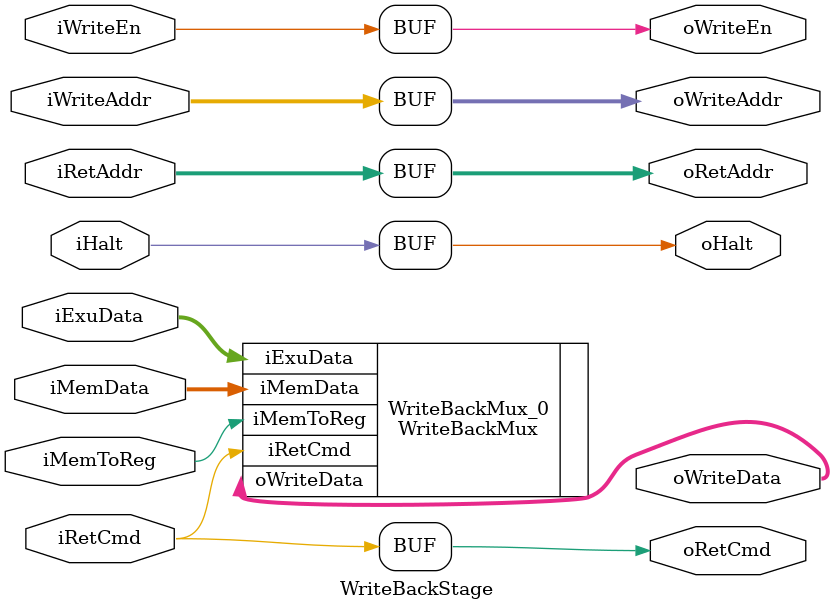
<source format=v>
`include	"../src/WriteBackMux.v"

module WriteBackStage (
	// Outputs
	output	[31:0]	oWriteData,
	output	[4:0]	oWriteAddr,
	output			oWriteEn,
	output			oRetCmd,
	output	[31:0]	oRetAddr,
	output			oHalt,

	// Inputs
	input	[31:0]	iMemData,
	input	[31:0]	iExuData,
	input	[4:0]	iWriteAddr,
	input			iWriteEn,
	input			iMemToReg,
	input			iRetCmd,
	input	[31:0]	iRetAddr,
	input			iHalt
);

	// External modules instantiation
	WriteBackMux WriteBackMux_0 (
		.oWriteData	(oWriteData),
		.iMemData	(iMemData),
		.iExuData	(iExuData),
		.iMemToReg	(iMemToReg),
		.iRetCmd	(iRetCmd)
	);

	// Outputs assignment
	assign oWriteAddr	= iWriteAddr;
	assign oWriteEn		= iWriteEn;
	assign oRetCmd		= iRetCmd;
	assign oRetAddr		= iRetAddr;
	assign oHalt		= iHalt;

endmodule

</source>
